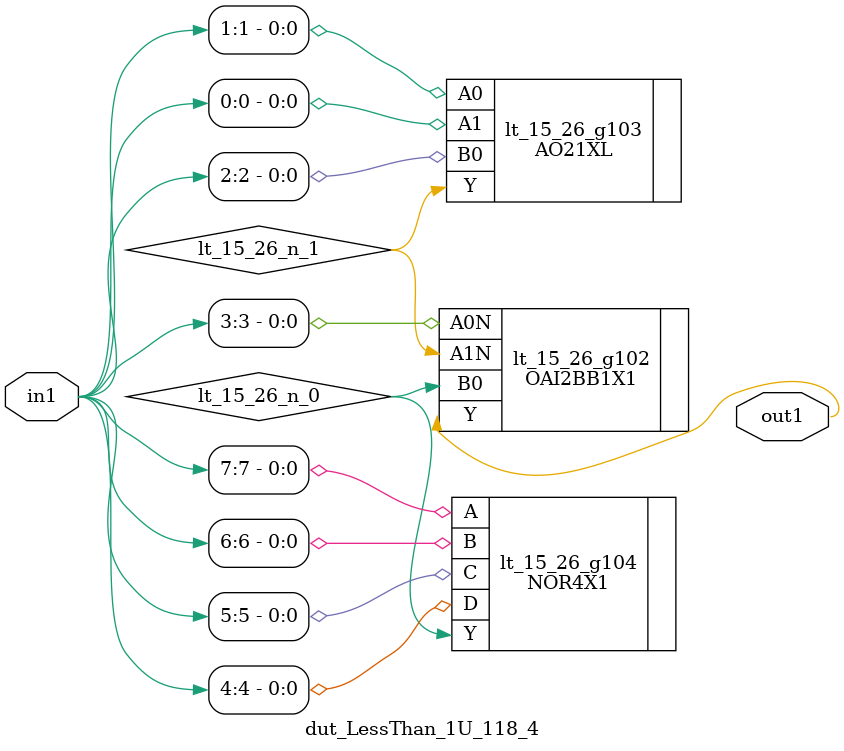
<source format=v>
`timescale 1ps / 1ps


module dut_LessThan_1U_118_4(in1, out1);
  input [7:0] in1;
  output out1;
  wire [7:0] in1;
  wire out1;
  wire lt_15_26_n_0, lt_15_26_n_1;
  OAI2BB1X1 lt_15_26_g102(.A0N (in1[3]), .A1N (lt_15_26_n_1), .B0
       (lt_15_26_n_0), .Y (out1));
  AO21XL lt_15_26_g103(.A0 (in1[1]), .A1 (in1[0]), .B0 (in1[2]), .Y
       (lt_15_26_n_1));
  NOR4X1 lt_15_26_g104(.A (in1[7]), .B (in1[6]), .C (in1[5]), .D
       (in1[4]), .Y (lt_15_26_n_0));
endmodule



</source>
